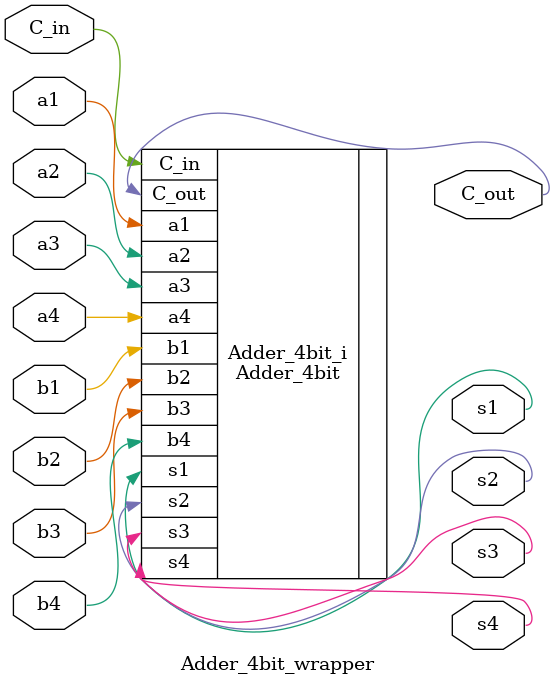
<source format=v>
`timescale 1 ps / 1 ps

module Adder_4bit_wrapper
   (C_in,
    C_out,
    a1,
    a2,
    a3,
    a4,
    b1,
    b2,
    b3,
    b4,
    s1,
    s2,
    s3,
    s4);
  input [0:0]C_in;
  output [0:0]C_out;
  input [0:0]a1;
  input [0:0]a2;
  input [0:0]a3;
  input [0:0]a4;
  input [0:0]b1;
  input [0:0]b2;
  input [0:0]b3;
  input [0:0]b4;
  output [0:0]s1;
  output [0:0]s2;
  output [0:0]s3;
  output [0:0]s4;

  wire [0:0]C_in;
  wire [0:0]C_out;
  wire [0:0]a1;
  wire [0:0]a2;
  wire [0:0]a3;
  wire [0:0]a4;
  wire [0:0]b1;
  wire [0:0]b2;
  wire [0:0]b3;
  wire [0:0]b4;
  wire [0:0]s1;
  wire [0:0]s2;
  wire [0:0]s3;
  wire [0:0]s4;

  Adder_4bit Adder_4bit_i
       (.C_in(C_in),
        .C_out(C_out),
        .a1(a1),
        .a2(a2),
        .a3(a3),
        .a4(a4),
        .b1(b1),
        .b2(b2),
        .b3(b3),
        .b4(b4),
        .s1(s1),
        .s2(s2),
        .s3(s3),
        .s4(s4));
endmodule

</source>
